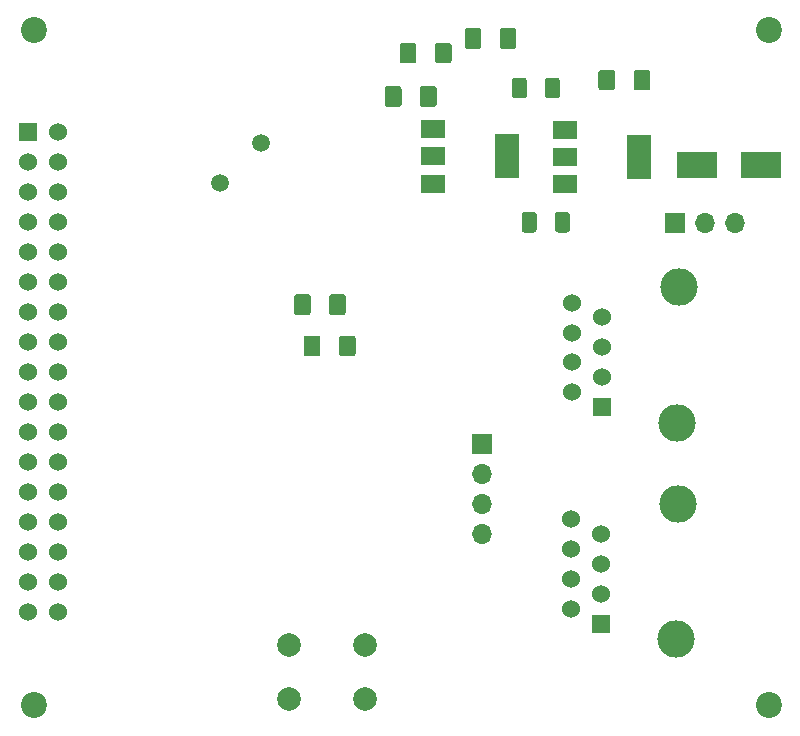
<source format=gbr>
%TF.GenerationSoftware,KiCad,Pcbnew,5.1.5-52549c5~84~ubuntu18.04.1*%
%TF.CreationDate,2020-01-27T10:34:20+01:00*%
%TF.ProjectId,sboxnet-modul,73626f78-6e65-4742-9d6d-6f64756c2e6b,rev?*%
%TF.SameCoordinates,Original*%
%TF.FileFunction,Soldermask,Bot*%
%TF.FilePolarity,Negative*%
%FSLAX46Y46*%
G04 Gerber Fmt 4.6, Leading zero omitted, Abs format (unit mm)*
G04 Created by KiCad (PCBNEW 5.1.5-52549c5~84~ubuntu18.04.1) date 2020-01-27 10:34:20*
%MOMM*%
%LPD*%
G04 APERTURE LIST*
%ADD10C,3.170000*%
%ADD11R,1.524000X1.524000*%
%ADD12C,1.524000*%
%ADD13O,1.700000X1.700000*%
%ADD14R,1.700000X1.700000*%
%ADD15C,2.200000*%
%ADD16C,1.500000*%
%ADD17C,0.100000*%
%ADD18R,3.500000X2.300000*%
%ADD19R,2.000000X1.500000*%
%ADD20R,2.000000X3.800000*%
%ADD21C,2.000000*%
G04 APERTURE END LIST*
D10*
X143534460Y-92850000D03*
X143410000Y-104315000D03*
D11*
X137060000Y-103040000D03*
D12*
X134520000Y-101770000D03*
X137060000Y-100500000D03*
X134520000Y-99230000D03*
X137060000Y-97960000D03*
X137060000Y-95420000D03*
X134520000Y-96695000D03*
X134520000Y-94155000D03*
D13*
X148320000Y-87440000D03*
X145780000Y-87440000D03*
D14*
X143240000Y-87440000D03*
D10*
X143431260Y-111217000D03*
X143306800Y-122682000D03*
D11*
X136956800Y-121407000D03*
D12*
X134416800Y-120137000D03*
X136956800Y-118867000D03*
X134416800Y-117597000D03*
X136956800Y-116327000D03*
X136956800Y-113787000D03*
X134416800Y-115062000D03*
X134416800Y-112522000D03*
D15*
X88900000Y-71120000D03*
X88900000Y-128270000D03*
X151130000Y-128270000D03*
X151130000Y-71120000D03*
D16*
X108140681Y-80619319D03*
X104690000Y-84070000D03*
D17*
G36*
X122802304Y-75834204D02*
G01*
X122826573Y-75837804D01*
X122850371Y-75843765D01*
X122873471Y-75852030D01*
X122895649Y-75862520D01*
X122916693Y-75875133D01*
X122936398Y-75889747D01*
X122954577Y-75906223D01*
X122971053Y-75924402D01*
X122985667Y-75944107D01*
X122998280Y-75965151D01*
X123008770Y-75987329D01*
X123017035Y-76010429D01*
X123022996Y-76034227D01*
X123026596Y-76058496D01*
X123027800Y-76083000D01*
X123027800Y-77333000D01*
X123026596Y-77357504D01*
X123022996Y-77381773D01*
X123017035Y-77405571D01*
X123008770Y-77428671D01*
X122998280Y-77450849D01*
X122985667Y-77471893D01*
X122971053Y-77491598D01*
X122954577Y-77509777D01*
X122936398Y-77526253D01*
X122916693Y-77540867D01*
X122895649Y-77553480D01*
X122873471Y-77563970D01*
X122850371Y-77572235D01*
X122826573Y-77578196D01*
X122802304Y-77581796D01*
X122777800Y-77583000D01*
X121852800Y-77583000D01*
X121828296Y-77581796D01*
X121804027Y-77578196D01*
X121780229Y-77572235D01*
X121757129Y-77563970D01*
X121734951Y-77553480D01*
X121713907Y-77540867D01*
X121694202Y-77526253D01*
X121676023Y-77509777D01*
X121659547Y-77491598D01*
X121644933Y-77471893D01*
X121632320Y-77450849D01*
X121621830Y-77428671D01*
X121613565Y-77405571D01*
X121607604Y-77381773D01*
X121604004Y-77357504D01*
X121602800Y-77333000D01*
X121602800Y-76083000D01*
X121604004Y-76058496D01*
X121607604Y-76034227D01*
X121613565Y-76010429D01*
X121621830Y-75987329D01*
X121632320Y-75965151D01*
X121644933Y-75944107D01*
X121659547Y-75924402D01*
X121676023Y-75906223D01*
X121694202Y-75889747D01*
X121713907Y-75875133D01*
X121734951Y-75862520D01*
X121757129Y-75852030D01*
X121780229Y-75843765D01*
X121804027Y-75837804D01*
X121828296Y-75834204D01*
X121852800Y-75833000D01*
X122777800Y-75833000D01*
X122802304Y-75834204D01*
G37*
G36*
X119827304Y-75834204D02*
G01*
X119851573Y-75837804D01*
X119875371Y-75843765D01*
X119898471Y-75852030D01*
X119920649Y-75862520D01*
X119941693Y-75875133D01*
X119961398Y-75889747D01*
X119979577Y-75906223D01*
X119996053Y-75924402D01*
X120010667Y-75944107D01*
X120023280Y-75965151D01*
X120033770Y-75987329D01*
X120042035Y-76010429D01*
X120047996Y-76034227D01*
X120051596Y-76058496D01*
X120052800Y-76083000D01*
X120052800Y-77333000D01*
X120051596Y-77357504D01*
X120047996Y-77381773D01*
X120042035Y-77405571D01*
X120033770Y-77428671D01*
X120023280Y-77450849D01*
X120010667Y-77471893D01*
X119996053Y-77491598D01*
X119979577Y-77509777D01*
X119961398Y-77526253D01*
X119941693Y-77540867D01*
X119920649Y-77553480D01*
X119898471Y-77563970D01*
X119875371Y-77572235D01*
X119851573Y-77578196D01*
X119827304Y-77581796D01*
X119802800Y-77583000D01*
X118877800Y-77583000D01*
X118853296Y-77581796D01*
X118829027Y-77578196D01*
X118805229Y-77572235D01*
X118782129Y-77563970D01*
X118759951Y-77553480D01*
X118738907Y-77540867D01*
X118719202Y-77526253D01*
X118701023Y-77509777D01*
X118684547Y-77491598D01*
X118669933Y-77471893D01*
X118657320Y-77450849D01*
X118646830Y-77428671D01*
X118638565Y-77405571D01*
X118632604Y-77381773D01*
X118629004Y-77357504D01*
X118627800Y-77333000D01*
X118627800Y-76083000D01*
X118629004Y-76058496D01*
X118632604Y-76034227D01*
X118638565Y-76010429D01*
X118646830Y-75987329D01*
X118657320Y-75965151D01*
X118669933Y-75944107D01*
X118684547Y-75924402D01*
X118701023Y-75906223D01*
X118719202Y-75889747D01*
X118738907Y-75875133D01*
X118759951Y-75862520D01*
X118782129Y-75852030D01*
X118805229Y-75843765D01*
X118829027Y-75837804D01*
X118853296Y-75834204D01*
X118877800Y-75833000D01*
X119802800Y-75833000D01*
X119827304Y-75834204D01*
G37*
D18*
X150450000Y-82490000D03*
X145050000Y-82490000D03*
D19*
X133857600Y-84113400D03*
X133857600Y-79513400D03*
X133857600Y-81813400D03*
D20*
X140157600Y-81813400D03*
D19*
X122707000Y-84088000D03*
X122707000Y-79488000D03*
X122707000Y-81788000D03*
D20*
X129007000Y-81788000D03*
D21*
X116990000Y-127690000D03*
X110490000Y-127690000D03*
X116990000Y-123190000D03*
X110490000Y-123190000D03*
D17*
G36*
X140898204Y-74437204D02*
G01*
X140922473Y-74440804D01*
X140946271Y-74446765D01*
X140969371Y-74455030D01*
X140991549Y-74465520D01*
X141012593Y-74478133D01*
X141032298Y-74492747D01*
X141050477Y-74509223D01*
X141066953Y-74527402D01*
X141081567Y-74547107D01*
X141094180Y-74568151D01*
X141104670Y-74590329D01*
X141112935Y-74613429D01*
X141118896Y-74637227D01*
X141122496Y-74661496D01*
X141123700Y-74686000D01*
X141123700Y-75936000D01*
X141122496Y-75960504D01*
X141118896Y-75984773D01*
X141112935Y-76008571D01*
X141104670Y-76031671D01*
X141094180Y-76053849D01*
X141081567Y-76074893D01*
X141066953Y-76094598D01*
X141050477Y-76112777D01*
X141032298Y-76129253D01*
X141012593Y-76143867D01*
X140991549Y-76156480D01*
X140969371Y-76166970D01*
X140946271Y-76175235D01*
X140922473Y-76181196D01*
X140898204Y-76184796D01*
X140873700Y-76186000D01*
X139948700Y-76186000D01*
X139924196Y-76184796D01*
X139899927Y-76181196D01*
X139876129Y-76175235D01*
X139853029Y-76166970D01*
X139830851Y-76156480D01*
X139809807Y-76143867D01*
X139790102Y-76129253D01*
X139771923Y-76112777D01*
X139755447Y-76094598D01*
X139740833Y-76074893D01*
X139728220Y-76053849D01*
X139717730Y-76031671D01*
X139709465Y-76008571D01*
X139703504Y-75984773D01*
X139699904Y-75960504D01*
X139698700Y-75936000D01*
X139698700Y-74686000D01*
X139699904Y-74661496D01*
X139703504Y-74637227D01*
X139709465Y-74613429D01*
X139717730Y-74590329D01*
X139728220Y-74568151D01*
X139740833Y-74547107D01*
X139755447Y-74527402D01*
X139771923Y-74509223D01*
X139790102Y-74492747D01*
X139809807Y-74478133D01*
X139830851Y-74465520D01*
X139853029Y-74455030D01*
X139876129Y-74446765D01*
X139899927Y-74440804D01*
X139924196Y-74437204D01*
X139948700Y-74436000D01*
X140873700Y-74436000D01*
X140898204Y-74437204D01*
G37*
G36*
X137923204Y-74437204D02*
G01*
X137947473Y-74440804D01*
X137971271Y-74446765D01*
X137994371Y-74455030D01*
X138016549Y-74465520D01*
X138037593Y-74478133D01*
X138057298Y-74492747D01*
X138075477Y-74509223D01*
X138091953Y-74527402D01*
X138106567Y-74547107D01*
X138119180Y-74568151D01*
X138129670Y-74590329D01*
X138137935Y-74613429D01*
X138143896Y-74637227D01*
X138147496Y-74661496D01*
X138148700Y-74686000D01*
X138148700Y-75936000D01*
X138147496Y-75960504D01*
X138143896Y-75984773D01*
X138137935Y-76008571D01*
X138129670Y-76031671D01*
X138119180Y-76053849D01*
X138106567Y-76074893D01*
X138091953Y-76094598D01*
X138075477Y-76112777D01*
X138057298Y-76129253D01*
X138037593Y-76143867D01*
X138016549Y-76156480D01*
X137994371Y-76166970D01*
X137971271Y-76175235D01*
X137947473Y-76181196D01*
X137923204Y-76184796D01*
X137898700Y-76186000D01*
X136973700Y-76186000D01*
X136949196Y-76184796D01*
X136924927Y-76181196D01*
X136901129Y-76175235D01*
X136878029Y-76166970D01*
X136855851Y-76156480D01*
X136834807Y-76143867D01*
X136815102Y-76129253D01*
X136796923Y-76112777D01*
X136780447Y-76094598D01*
X136765833Y-76074893D01*
X136753220Y-76053849D01*
X136742730Y-76031671D01*
X136734465Y-76008571D01*
X136728504Y-75984773D01*
X136724904Y-75960504D01*
X136723700Y-75936000D01*
X136723700Y-74686000D01*
X136724904Y-74661496D01*
X136728504Y-74637227D01*
X136734465Y-74613429D01*
X136742730Y-74590329D01*
X136753220Y-74568151D01*
X136765833Y-74547107D01*
X136780447Y-74527402D01*
X136796923Y-74509223D01*
X136815102Y-74492747D01*
X136834807Y-74478133D01*
X136855851Y-74465520D01*
X136878029Y-74455030D01*
X136901129Y-74446765D01*
X136924927Y-74440804D01*
X136949196Y-74437204D01*
X136973700Y-74436000D01*
X137898700Y-74436000D01*
X137923204Y-74437204D01*
G37*
G36*
X121086204Y-72151204D02*
G01*
X121110473Y-72154804D01*
X121134271Y-72160765D01*
X121157371Y-72169030D01*
X121179549Y-72179520D01*
X121200593Y-72192133D01*
X121220298Y-72206747D01*
X121238477Y-72223223D01*
X121254953Y-72241402D01*
X121269567Y-72261107D01*
X121282180Y-72282151D01*
X121292670Y-72304329D01*
X121300935Y-72327429D01*
X121306896Y-72351227D01*
X121310496Y-72375496D01*
X121311700Y-72400000D01*
X121311700Y-73650000D01*
X121310496Y-73674504D01*
X121306896Y-73698773D01*
X121300935Y-73722571D01*
X121292670Y-73745671D01*
X121282180Y-73767849D01*
X121269567Y-73788893D01*
X121254953Y-73808598D01*
X121238477Y-73826777D01*
X121220298Y-73843253D01*
X121200593Y-73857867D01*
X121179549Y-73870480D01*
X121157371Y-73880970D01*
X121134271Y-73889235D01*
X121110473Y-73895196D01*
X121086204Y-73898796D01*
X121061700Y-73900000D01*
X120136700Y-73900000D01*
X120112196Y-73898796D01*
X120087927Y-73895196D01*
X120064129Y-73889235D01*
X120041029Y-73880970D01*
X120018851Y-73870480D01*
X119997807Y-73857867D01*
X119978102Y-73843253D01*
X119959923Y-73826777D01*
X119943447Y-73808598D01*
X119928833Y-73788893D01*
X119916220Y-73767849D01*
X119905730Y-73745671D01*
X119897465Y-73722571D01*
X119891504Y-73698773D01*
X119887904Y-73674504D01*
X119886700Y-73650000D01*
X119886700Y-72400000D01*
X119887904Y-72375496D01*
X119891504Y-72351227D01*
X119897465Y-72327429D01*
X119905730Y-72304329D01*
X119916220Y-72282151D01*
X119928833Y-72261107D01*
X119943447Y-72241402D01*
X119959923Y-72223223D01*
X119978102Y-72206747D01*
X119997807Y-72192133D01*
X120018851Y-72179520D01*
X120041029Y-72169030D01*
X120064129Y-72160765D01*
X120087927Y-72154804D01*
X120112196Y-72151204D01*
X120136700Y-72150000D01*
X121061700Y-72150000D01*
X121086204Y-72151204D01*
G37*
G36*
X124061204Y-72151204D02*
G01*
X124085473Y-72154804D01*
X124109271Y-72160765D01*
X124132371Y-72169030D01*
X124154549Y-72179520D01*
X124175593Y-72192133D01*
X124195298Y-72206747D01*
X124213477Y-72223223D01*
X124229953Y-72241402D01*
X124244567Y-72261107D01*
X124257180Y-72282151D01*
X124267670Y-72304329D01*
X124275935Y-72327429D01*
X124281896Y-72351227D01*
X124285496Y-72375496D01*
X124286700Y-72400000D01*
X124286700Y-73650000D01*
X124285496Y-73674504D01*
X124281896Y-73698773D01*
X124275935Y-73722571D01*
X124267670Y-73745671D01*
X124257180Y-73767849D01*
X124244567Y-73788893D01*
X124229953Y-73808598D01*
X124213477Y-73826777D01*
X124195298Y-73843253D01*
X124175593Y-73857867D01*
X124154549Y-73870480D01*
X124132371Y-73880970D01*
X124109271Y-73889235D01*
X124085473Y-73895196D01*
X124061204Y-73898796D01*
X124036700Y-73900000D01*
X123111700Y-73900000D01*
X123087196Y-73898796D01*
X123062927Y-73895196D01*
X123039129Y-73889235D01*
X123016029Y-73880970D01*
X122993851Y-73870480D01*
X122972807Y-73857867D01*
X122953102Y-73843253D01*
X122934923Y-73826777D01*
X122918447Y-73808598D01*
X122903833Y-73788893D01*
X122891220Y-73767849D01*
X122880730Y-73745671D01*
X122872465Y-73722571D01*
X122866504Y-73698773D01*
X122862904Y-73674504D01*
X122861700Y-73650000D01*
X122861700Y-72400000D01*
X122862904Y-72375496D01*
X122866504Y-72351227D01*
X122872465Y-72327429D01*
X122880730Y-72304329D01*
X122891220Y-72282151D01*
X122903833Y-72261107D01*
X122918447Y-72241402D01*
X122934923Y-72223223D01*
X122953102Y-72206747D01*
X122972807Y-72192133D01*
X122993851Y-72179520D01*
X123016029Y-72169030D01*
X123039129Y-72160765D01*
X123062927Y-72154804D01*
X123087196Y-72151204D01*
X123111700Y-72150000D01*
X124036700Y-72150000D01*
X124061204Y-72151204D01*
G37*
D12*
X90970100Y-102539800D03*
X90970100Y-120319800D03*
X90970100Y-99999800D03*
X90970100Y-84759800D03*
X90970100Y-87299800D03*
X90970100Y-92379800D03*
X90970100Y-97459800D03*
X90970100Y-89839800D03*
X90970100Y-94919800D03*
X90970100Y-105079800D03*
X90970100Y-107619800D03*
X90970100Y-82219800D03*
X90970100Y-115239800D03*
X90970100Y-117779800D03*
X90970100Y-110159800D03*
X90970100Y-112699800D03*
X90970100Y-79679800D03*
D11*
X88430100Y-79679800D03*
D12*
X88430100Y-82219800D03*
X88430100Y-84759800D03*
X88430100Y-87299800D03*
X88430100Y-89839800D03*
X88430100Y-92379800D03*
X88430100Y-94919800D03*
X88430100Y-97459800D03*
X88430100Y-99999800D03*
X88430100Y-102539800D03*
X88430100Y-105079800D03*
X88430100Y-107619800D03*
X88430100Y-110159800D03*
X88430100Y-112699800D03*
X88430100Y-115239800D03*
X88430100Y-117779800D03*
X88430100Y-120319800D03*
D13*
X126898400Y-113741200D03*
X126898400Y-111201200D03*
X126898400Y-108661200D03*
D14*
X126898400Y-106121200D03*
D17*
G36*
X115931604Y-96954304D02*
G01*
X115955873Y-96957904D01*
X115979671Y-96963865D01*
X116002771Y-96972130D01*
X116024949Y-96982620D01*
X116045993Y-96995233D01*
X116065698Y-97009847D01*
X116083877Y-97026323D01*
X116100353Y-97044502D01*
X116114967Y-97064207D01*
X116127580Y-97085251D01*
X116138070Y-97107429D01*
X116146335Y-97130529D01*
X116152296Y-97154327D01*
X116155896Y-97178596D01*
X116157100Y-97203100D01*
X116157100Y-98453100D01*
X116155896Y-98477604D01*
X116152296Y-98501873D01*
X116146335Y-98525671D01*
X116138070Y-98548771D01*
X116127580Y-98570949D01*
X116114967Y-98591993D01*
X116100353Y-98611698D01*
X116083877Y-98629877D01*
X116065698Y-98646353D01*
X116045993Y-98660967D01*
X116024949Y-98673580D01*
X116002771Y-98684070D01*
X115979671Y-98692335D01*
X115955873Y-98698296D01*
X115931604Y-98701896D01*
X115907100Y-98703100D01*
X114982100Y-98703100D01*
X114957596Y-98701896D01*
X114933327Y-98698296D01*
X114909529Y-98692335D01*
X114886429Y-98684070D01*
X114864251Y-98673580D01*
X114843207Y-98660967D01*
X114823502Y-98646353D01*
X114805323Y-98629877D01*
X114788847Y-98611698D01*
X114774233Y-98591993D01*
X114761620Y-98570949D01*
X114751130Y-98548771D01*
X114742865Y-98525671D01*
X114736904Y-98501873D01*
X114733304Y-98477604D01*
X114732100Y-98453100D01*
X114732100Y-97203100D01*
X114733304Y-97178596D01*
X114736904Y-97154327D01*
X114742865Y-97130529D01*
X114751130Y-97107429D01*
X114761620Y-97085251D01*
X114774233Y-97064207D01*
X114788847Y-97044502D01*
X114805323Y-97026323D01*
X114823502Y-97009847D01*
X114843207Y-96995233D01*
X114864251Y-96982620D01*
X114886429Y-96972130D01*
X114909529Y-96963865D01*
X114933327Y-96957904D01*
X114957596Y-96954304D01*
X114982100Y-96953100D01*
X115907100Y-96953100D01*
X115931604Y-96954304D01*
G37*
G36*
X112956604Y-96954304D02*
G01*
X112980873Y-96957904D01*
X113004671Y-96963865D01*
X113027771Y-96972130D01*
X113049949Y-96982620D01*
X113070993Y-96995233D01*
X113090698Y-97009847D01*
X113108877Y-97026323D01*
X113125353Y-97044502D01*
X113139967Y-97064207D01*
X113152580Y-97085251D01*
X113163070Y-97107429D01*
X113171335Y-97130529D01*
X113177296Y-97154327D01*
X113180896Y-97178596D01*
X113182100Y-97203100D01*
X113182100Y-98453100D01*
X113180896Y-98477604D01*
X113177296Y-98501873D01*
X113171335Y-98525671D01*
X113163070Y-98548771D01*
X113152580Y-98570949D01*
X113139967Y-98591993D01*
X113125353Y-98611698D01*
X113108877Y-98629877D01*
X113090698Y-98646353D01*
X113070993Y-98660967D01*
X113049949Y-98673580D01*
X113027771Y-98684070D01*
X113004671Y-98692335D01*
X112980873Y-98698296D01*
X112956604Y-98701896D01*
X112932100Y-98703100D01*
X112007100Y-98703100D01*
X111982596Y-98701896D01*
X111958327Y-98698296D01*
X111934529Y-98692335D01*
X111911429Y-98684070D01*
X111889251Y-98673580D01*
X111868207Y-98660967D01*
X111848502Y-98646353D01*
X111830323Y-98629877D01*
X111813847Y-98611698D01*
X111799233Y-98591993D01*
X111786620Y-98570949D01*
X111776130Y-98548771D01*
X111767865Y-98525671D01*
X111761904Y-98501873D01*
X111758304Y-98477604D01*
X111757100Y-98453100D01*
X111757100Y-97203100D01*
X111758304Y-97178596D01*
X111761904Y-97154327D01*
X111767865Y-97130529D01*
X111776130Y-97107429D01*
X111786620Y-97085251D01*
X111799233Y-97064207D01*
X111813847Y-97044502D01*
X111830323Y-97026323D01*
X111848502Y-97009847D01*
X111868207Y-96995233D01*
X111889251Y-96982620D01*
X111911429Y-96972130D01*
X111934529Y-96963865D01*
X111958327Y-96957904D01*
X111982596Y-96954304D01*
X112007100Y-96953100D01*
X112932100Y-96953100D01*
X112956604Y-96954304D01*
G37*
G36*
X115106104Y-93461804D02*
G01*
X115130373Y-93465404D01*
X115154171Y-93471365D01*
X115177271Y-93479630D01*
X115199449Y-93490120D01*
X115220493Y-93502733D01*
X115240198Y-93517347D01*
X115258377Y-93533823D01*
X115274853Y-93552002D01*
X115289467Y-93571707D01*
X115302080Y-93592751D01*
X115312570Y-93614929D01*
X115320835Y-93638029D01*
X115326796Y-93661827D01*
X115330396Y-93686096D01*
X115331600Y-93710600D01*
X115331600Y-94960600D01*
X115330396Y-94985104D01*
X115326796Y-95009373D01*
X115320835Y-95033171D01*
X115312570Y-95056271D01*
X115302080Y-95078449D01*
X115289467Y-95099493D01*
X115274853Y-95119198D01*
X115258377Y-95137377D01*
X115240198Y-95153853D01*
X115220493Y-95168467D01*
X115199449Y-95181080D01*
X115177271Y-95191570D01*
X115154171Y-95199835D01*
X115130373Y-95205796D01*
X115106104Y-95209396D01*
X115081600Y-95210600D01*
X114156600Y-95210600D01*
X114132096Y-95209396D01*
X114107827Y-95205796D01*
X114084029Y-95199835D01*
X114060929Y-95191570D01*
X114038751Y-95181080D01*
X114017707Y-95168467D01*
X113998002Y-95153853D01*
X113979823Y-95137377D01*
X113963347Y-95119198D01*
X113948733Y-95099493D01*
X113936120Y-95078449D01*
X113925630Y-95056271D01*
X113917365Y-95033171D01*
X113911404Y-95009373D01*
X113907804Y-94985104D01*
X113906600Y-94960600D01*
X113906600Y-93710600D01*
X113907804Y-93686096D01*
X113911404Y-93661827D01*
X113917365Y-93638029D01*
X113925630Y-93614929D01*
X113936120Y-93592751D01*
X113948733Y-93571707D01*
X113963347Y-93552002D01*
X113979823Y-93533823D01*
X113998002Y-93517347D01*
X114017707Y-93502733D01*
X114038751Y-93490120D01*
X114060929Y-93479630D01*
X114084029Y-93471365D01*
X114107827Y-93465404D01*
X114132096Y-93461804D01*
X114156600Y-93460600D01*
X115081600Y-93460600D01*
X115106104Y-93461804D01*
G37*
G36*
X112131104Y-93461804D02*
G01*
X112155373Y-93465404D01*
X112179171Y-93471365D01*
X112202271Y-93479630D01*
X112224449Y-93490120D01*
X112245493Y-93502733D01*
X112265198Y-93517347D01*
X112283377Y-93533823D01*
X112299853Y-93552002D01*
X112314467Y-93571707D01*
X112327080Y-93592751D01*
X112337570Y-93614929D01*
X112345835Y-93638029D01*
X112351796Y-93661827D01*
X112355396Y-93686096D01*
X112356600Y-93710600D01*
X112356600Y-94960600D01*
X112355396Y-94985104D01*
X112351796Y-95009373D01*
X112345835Y-95033171D01*
X112337570Y-95056271D01*
X112327080Y-95078449D01*
X112314467Y-95099493D01*
X112299853Y-95119198D01*
X112283377Y-95137377D01*
X112265198Y-95153853D01*
X112245493Y-95168467D01*
X112224449Y-95181080D01*
X112202271Y-95191570D01*
X112179171Y-95199835D01*
X112155373Y-95205796D01*
X112131104Y-95209396D01*
X112106600Y-95210600D01*
X111181600Y-95210600D01*
X111157096Y-95209396D01*
X111132827Y-95205796D01*
X111109029Y-95199835D01*
X111085929Y-95191570D01*
X111063751Y-95181080D01*
X111042707Y-95168467D01*
X111023002Y-95153853D01*
X111004823Y-95137377D01*
X110988347Y-95119198D01*
X110973733Y-95099493D01*
X110961120Y-95078449D01*
X110950630Y-95056271D01*
X110942365Y-95033171D01*
X110936404Y-95009373D01*
X110932804Y-94985104D01*
X110931600Y-94960600D01*
X110931600Y-93710600D01*
X110932804Y-93686096D01*
X110936404Y-93661827D01*
X110942365Y-93638029D01*
X110950630Y-93614929D01*
X110961120Y-93592751D01*
X110973733Y-93571707D01*
X110988347Y-93552002D01*
X111004823Y-93533823D01*
X111023002Y-93517347D01*
X111042707Y-93502733D01*
X111063751Y-93490120D01*
X111085929Y-93479630D01*
X111109029Y-93471365D01*
X111132827Y-93465404D01*
X111157096Y-93461804D01*
X111181600Y-93460600D01*
X112106600Y-93460600D01*
X112131104Y-93461804D01*
G37*
G36*
X130419104Y-75123004D02*
G01*
X130443373Y-75126604D01*
X130467171Y-75132565D01*
X130490271Y-75140830D01*
X130512449Y-75151320D01*
X130533493Y-75163933D01*
X130553198Y-75178547D01*
X130571377Y-75195023D01*
X130587853Y-75213202D01*
X130602467Y-75232907D01*
X130615080Y-75253951D01*
X130625570Y-75276129D01*
X130633835Y-75299229D01*
X130639796Y-75323027D01*
X130643396Y-75347296D01*
X130644600Y-75371800D01*
X130644600Y-76621800D01*
X130643396Y-76646304D01*
X130639796Y-76670573D01*
X130633835Y-76694371D01*
X130625570Y-76717471D01*
X130615080Y-76739649D01*
X130602467Y-76760693D01*
X130587853Y-76780398D01*
X130571377Y-76798577D01*
X130553198Y-76815053D01*
X130533493Y-76829667D01*
X130512449Y-76842280D01*
X130490271Y-76852770D01*
X130467171Y-76861035D01*
X130443373Y-76866996D01*
X130419104Y-76870596D01*
X130394600Y-76871800D01*
X129644600Y-76871800D01*
X129620096Y-76870596D01*
X129595827Y-76866996D01*
X129572029Y-76861035D01*
X129548929Y-76852770D01*
X129526751Y-76842280D01*
X129505707Y-76829667D01*
X129486002Y-76815053D01*
X129467823Y-76798577D01*
X129451347Y-76780398D01*
X129436733Y-76760693D01*
X129424120Y-76739649D01*
X129413630Y-76717471D01*
X129405365Y-76694371D01*
X129399404Y-76670573D01*
X129395804Y-76646304D01*
X129394600Y-76621800D01*
X129394600Y-75371800D01*
X129395804Y-75347296D01*
X129399404Y-75323027D01*
X129405365Y-75299229D01*
X129413630Y-75276129D01*
X129424120Y-75253951D01*
X129436733Y-75232907D01*
X129451347Y-75213202D01*
X129467823Y-75195023D01*
X129486002Y-75178547D01*
X129505707Y-75163933D01*
X129526751Y-75151320D01*
X129548929Y-75140830D01*
X129572029Y-75132565D01*
X129595827Y-75126604D01*
X129620096Y-75123004D01*
X129644600Y-75121800D01*
X130394600Y-75121800D01*
X130419104Y-75123004D01*
G37*
G36*
X133219104Y-75123004D02*
G01*
X133243373Y-75126604D01*
X133267171Y-75132565D01*
X133290271Y-75140830D01*
X133312449Y-75151320D01*
X133333493Y-75163933D01*
X133353198Y-75178547D01*
X133371377Y-75195023D01*
X133387853Y-75213202D01*
X133402467Y-75232907D01*
X133415080Y-75253951D01*
X133425570Y-75276129D01*
X133433835Y-75299229D01*
X133439796Y-75323027D01*
X133443396Y-75347296D01*
X133444600Y-75371800D01*
X133444600Y-76621800D01*
X133443396Y-76646304D01*
X133439796Y-76670573D01*
X133433835Y-76694371D01*
X133425570Y-76717471D01*
X133415080Y-76739649D01*
X133402467Y-76760693D01*
X133387853Y-76780398D01*
X133371377Y-76798577D01*
X133353198Y-76815053D01*
X133333493Y-76829667D01*
X133312449Y-76842280D01*
X133290271Y-76852770D01*
X133267171Y-76861035D01*
X133243373Y-76866996D01*
X133219104Y-76870596D01*
X133194600Y-76871800D01*
X132444600Y-76871800D01*
X132420096Y-76870596D01*
X132395827Y-76866996D01*
X132372029Y-76861035D01*
X132348929Y-76852770D01*
X132326751Y-76842280D01*
X132305707Y-76829667D01*
X132286002Y-76815053D01*
X132267823Y-76798577D01*
X132251347Y-76780398D01*
X132236733Y-76760693D01*
X132224120Y-76739649D01*
X132213630Y-76717471D01*
X132205365Y-76694371D01*
X132199404Y-76670573D01*
X132195804Y-76646304D01*
X132194600Y-76621800D01*
X132194600Y-75371800D01*
X132195804Y-75347296D01*
X132199404Y-75323027D01*
X132205365Y-75299229D01*
X132213630Y-75276129D01*
X132224120Y-75253951D01*
X132236733Y-75232907D01*
X132251347Y-75213202D01*
X132267823Y-75195023D01*
X132286002Y-75178547D01*
X132305707Y-75163933D01*
X132326751Y-75151320D01*
X132348929Y-75140830D01*
X132372029Y-75132565D01*
X132395827Y-75126604D01*
X132420096Y-75123004D01*
X132444600Y-75121800D01*
X133194600Y-75121800D01*
X133219104Y-75123004D01*
G37*
G36*
X129557104Y-70932004D02*
G01*
X129581373Y-70935604D01*
X129605171Y-70941565D01*
X129628271Y-70949830D01*
X129650449Y-70960320D01*
X129671493Y-70972933D01*
X129691198Y-70987547D01*
X129709377Y-71004023D01*
X129725853Y-71022202D01*
X129740467Y-71041907D01*
X129753080Y-71062951D01*
X129763570Y-71085129D01*
X129771835Y-71108229D01*
X129777796Y-71132027D01*
X129781396Y-71156296D01*
X129782600Y-71180800D01*
X129782600Y-72430800D01*
X129781396Y-72455304D01*
X129777796Y-72479573D01*
X129771835Y-72503371D01*
X129763570Y-72526471D01*
X129753080Y-72548649D01*
X129740467Y-72569693D01*
X129725853Y-72589398D01*
X129709377Y-72607577D01*
X129691198Y-72624053D01*
X129671493Y-72638667D01*
X129650449Y-72651280D01*
X129628271Y-72661770D01*
X129605171Y-72670035D01*
X129581373Y-72675996D01*
X129557104Y-72679596D01*
X129532600Y-72680800D01*
X128607600Y-72680800D01*
X128583096Y-72679596D01*
X128558827Y-72675996D01*
X128535029Y-72670035D01*
X128511929Y-72661770D01*
X128489751Y-72651280D01*
X128468707Y-72638667D01*
X128449002Y-72624053D01*
X128430823Y-72607577D01*
X128414347Y-72589398D01*
X128399733Y-72569693D01*
X128387120Y-72548649D01*
X128376630Y-72526471D01*
X128368365Y-72503371D01*
X128362404Y-72479573D01*
X128358804Y-72455304D01*
X128357600Y-72430800D01*
X128357600Y-71180800D01*
X128358804Y-71156296D01*
X128362404Y-71132027D01*
X128368365Y-71108229D01*
X128376630Y-71085129D01*
X128387120Y-71062951D01*
X128399733Y-71041907D01*
X128414347Y-71022202D01*
X128430823Y-71004023D01*
X128449002Y-70987547D01*
X128468707Y-70972933D01*
X128489751Y-70960320D01*
X128511929Y-70949830D01*
X128535029Y-70941565D01*
X128558827Y-70935604D01*
X128583096Y-70932004D01*
X128607600Y-70930800D01*
X129532600Y-70930800D01*
X129557104Y-70932004D01*
G37*
G36*
X126582104Y-70932004D02*
G01*
X126606373Y-70935604D01*
X126630171Y-70941565D01*
X126653271Y-70949830D01*
X126675449Y-70960320D01*
X126696493Y-70972933D01*
X126716198Y-70987547D01*
X126734377Y-71004023D01*
X126750853Y-71022202D01*
X126765467Y-71041907D01*
X126778080Y-71062951D01*
X126788570Y-71085129D01*
X126796835Y-71108229D01*
X126802796Y-71132027D01*
X126806396Y-71156296D01*
X126807600Y-71180800D01*
X126807600Y-72430800D01*
X126806396Y-72455304D01*
X126802796Y-72479573D01*
X126796835Y-72503371D01*
X126788570Y-72526471D01*
X126778080Y-72548649D01*
X126765467Y-72569693D01*
X126750853Y-72589398D01*
X126734377Y-72607577D01*
X126716198Y-72624053D01*
X126696493Y-72638667D01*
X126675449Y-72651280D01*
X126653271Y-72661770D01*
X126630171Y-72670035D01*
X126606373Y-72675996D01*
X126582104Y-72679596D01*
X126557600Y-72680800D01*
X125632600Y-72680800D01*
X125608096Y-72679596D01*
X125583827Y-72675996D01*
X125560029Y-72670035D01*
X125536929Y-72661770D01*
X125514751Y-72651280D01*
X125493707Y-72638667D01*
X125474002Y-72624053D01*
X125455823Y-72607577D01*
X125439347Y-72589398D01*
X125424733Y-72569693D01*
X125412120Y-72548649D01*
X125401630Y-72526471D01*
X125393365Y-72503371D01*
X125387404Y-72479573D01*
X125383804Y-72455304D01*
X125382600Y-72430800D01*
X125382600Y-71180800D01*
X125383804Y-71156296D01*
X125387404Y-71132027D01*
X125393365Y-71108229D01*
X125401630Y-71085129D01*
X125412120Y-71062951D01*
X125424733Y-71041907D01*
X125439347Y-71022202D01*
X125455823Y-71004023D01*
X125474002Y-70987547D01*
X125493707Y-70972933D01*
X125514751Y-70960320D01*
X125536929Y-70949830D01*
X125560029Y-70941565D01*
X125583827Y-70935604D01*
X125608096Y-70932004D01*
X125632600Y-70930800D01*
X126557600Y-70930800D01*
X126582104Y-70932004D01*
G37*
G36*
X134057304Y-86476804D02*
G01*
X134081573Y-86480404D01*
X134105371Y-86486365D01*
X134128471Y-86494630D01*
X134150649Y-86505120D01*
X134171693Y-86517733D01*
X134191398Y-86532347D01*
X134209577Y-86548823D01*
X134226053Y-86567002D01*
X134240667Y-86586707D01*
X134253280Y-86607751D01*
X134263770Y-86629929D01*
X134272035Y-86653029D01*
X134277996Y-86676827D01*
X134281596Y-86701096D01*
X134282800Y-86725600D01*
X134282800Y-87975600D01*
X134281596Y-88000104D01*
X134277996Y-88024373D01*
X134272035Y-88048171D01*
X134263770Y-88071271D01*
X134253280Y-88093449D01*
X134240667Y-88114493D01*
X134226053Y-88134198D01*
X134209577Y-88152377D01*
X134191398Y-88168853D01*
X134171693Y-88183467D01*
X134150649Y-88196080D01*
X134128471Y-88206570D01*
X134105371Y-88214835D01*
X134081573Y-88220796D01*
X134057304Y-88224396D01*
X134032800Y-88225600D01*
X133282800Y-88225600D01*
X133258296Y-88224396D01*
X133234027Y-88220796D01*
X133210229Y-88214835D01*
X133187129Y-88206570D01*
X133164951Y-88196080D01*
X133143907Y-88183467D01*
X133124202Y-88168853D01*
X133106023Y-88152377D01*
X133089547Y-88134198D01*
X133074933Y-88114493D01*
X133062320Y-88093449D01*
X133051830Y-88071271D01*
X133043565Y-88048171D01*
X133037604Y-88024373D01*
X133034004Y-88000104D01*
X133032800Y-87975600D01*
X133032800Y-86725600D01*
X133034004Y-86701096D01*
X133037604Y-86676827D01*
X133043565Y-86653029D01*
X133051830Y-86629929D01*
X133062320Y-86607751D01*
X133074933Y-86586707D01*
X133089547Y-86567002D01*
X133106023Y-86548823D01*
X133124202Y-86532347D01*
X133143907Y-86517733D01*
X133164951Y-86505120D01*
X133187129Y-86494630D01*
X133210229Y-86486365D01*
X133234027Y-86480404D01*
X133258296Y-86476804D01*
X133282800Y-86475600D01*
X134032800Y-86475600D01*
X134057304Y-86476804D01*
G37*
G36*
X131257304Y-86476804D02*
G01*
X131281573Y-86480404D01*
X131305371Y-86486365D01*
X131328471Y-86494630D01*
X131350649Y-86505120D01*
X131371693Y-86517733D01*
X131391398Y-86532347D01*
X131409577Y-86548823D01*
X131426053Y-86567002D01*
X131440667Y-86586707D01*
X131453280Y-86607751D01*
X131463770Y-86629929D01*
X131472035Y-86653029D01*
X131477996Y-86676827D01*
X131481596Y-86701096D01*
X131482800Y-86725600D01*
X131482800Y-87975600D01*
X131481596Y-88000104D01*
X131477996Y-88024373D01*
X131472035Y-88048171D01*
X131463770Y-88071271D01*
X131453280Y-88093449D01*
X131440667Y-88114493D01*
X131426053Y-88134198D01*
X131409577Y-88152377D01*
X131391398Y-88168853D01*
X131371693Y-88183467D01*
X131350649Y-88196080D01*
X131328471Y-88206570D01*
X131305371Y-88214835D01*
X131281573Y-88220796D01*
X131257304Y-88224396D01*
X131232800Y-88225600D01*
X130482800Y-88225600D01*
X130458296Y-88224396D01*
X130434027Y-88220796D01*
X130410229Y-88214835D01*
X130387129Y-88206570D01*
X130364951Y-88196080D01*
X130343907Y-88183467D01*
X130324202Y-88168853D01*
X130306023Y-88152377D01*
X130289547Y-88134198D01*
X130274933Y-88114493D01*
X130262320Y-88093449D01*
X130251830Y-88071271D01*
X130243565Y-88048171D01*
X130237604Y-88024373D01*
X130234004Y-88000104D01*
X130232800Y-87975600D01*
X130232800Y-86725600D01*
X130234004Y-86701096D01*
X130237604Y-86676827D01*
X130243565Y-86653029D01*
X130251830Y-86629929D01*
X130262320Y-86607751D01*
X130274933Y-86586707D01*
X130289547Y-86567002D01*
X130306023Y-86548823D01*
X130324202Y-86532347D01*
X130343907Y-86517733D01*
X130364951Y-86505120D01*
X130387129Y-86494630D01*
X130410229Y-86486365D01*
X130434027Y-86480404D01*
X130458296Y-86476804D01*
X130482800Y-86475600D01*
X131232800Y-86475600D01*
X131257304Y-86476804D01*
G37*
M02*

</source>
